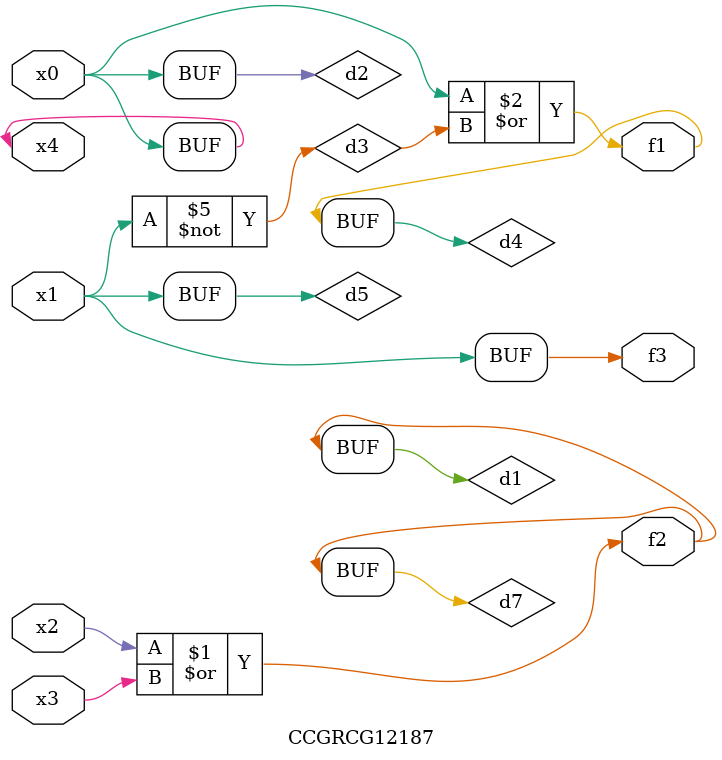
<source format=v>
module CCGRCG12187(
	input x0, x1, x2, x3, x4,
	output f1, f2, f3
);

	wire d1, d2, d3, d4, d5, d6, d7;

	or (d1, x2, x3);
	buf (d2, x0, x4);
	not (d3, x1);
	or (d4, d2, d3);
	not (d5, d3);
	nand (d6, d1, d3);
	or (d7, d1);
	assign f1 = d4;
	assign f2 = d7;
	assign f3 = d5;
endmodule

</source>
